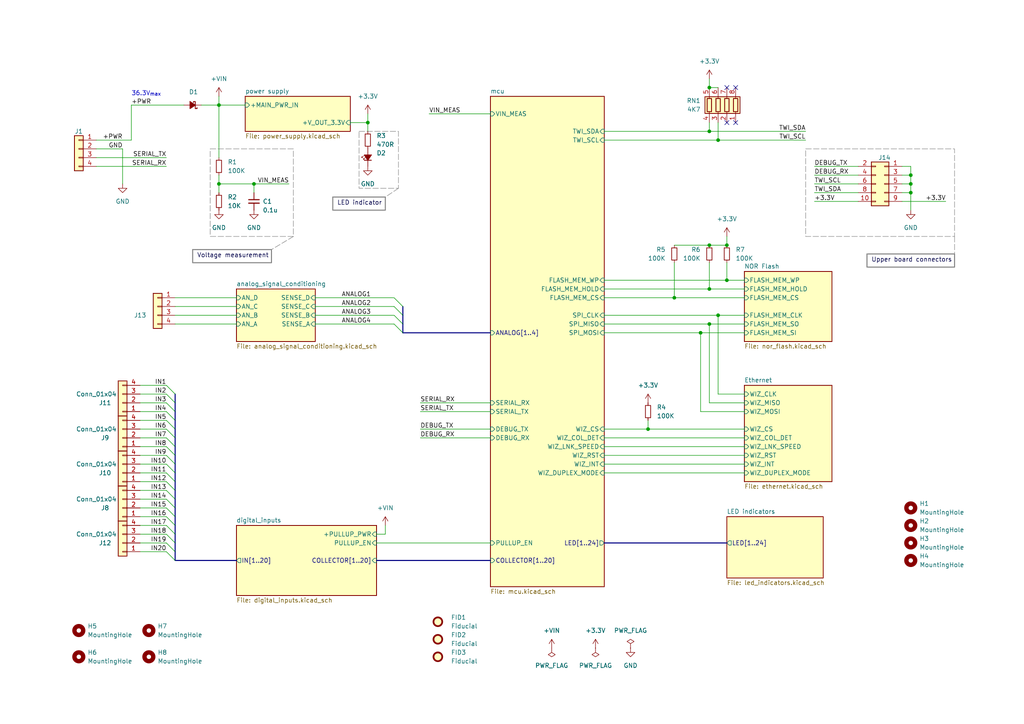
<source format=kicad_sch>
(kicad_sch (version 20230121) (generator eeschema)
  (paper "A4")
  (title_block (date "2023-06-16") (rev "R2.1"))
  (lib_symbols
    (symbol "Connector_Generic:Conn_01x04" (pin_names (offset 1.016) hide)
      (property "Reference" "J" (at 0 5.08 0))
      (property "Value" "Conn_01x04" (at 0 -7.62 0))
      (symbol "Conn_01x04_1_1"
        (rectangle (start -1.27 -4.953) (end 0 -5.207) (stroke (width 0.1524)))
        (rectangle (start -1.27 -2.413) (end 0 -2.667) (stroke (width 0.1524)))
        (rectangle (start -1.27 0.127) (end 0 -0.127) (stroke (width 0.1524)))
        (rectangle (start -1.27 2.667) (end 0 2.413) (stroke (width 0.1524)))
        (rectangle (start -1.27 3.81) (end 1.27 -6.35) (stroke (width 0.254)) (fill (type background)))
        (pin passive line (at -5.08 2.54 0) (length 3.81) (name "Pin_1") (number "1"))
        (pin passive line (at -5.08 0 0) (length 3.81) (name "Pin_2") (number "2"))
        (pin passive line (at -5.08 -2.54 0) (length 3.81) (name "Pin_3") (number "3"))
        (pin passive line (at -5.08 -5.08 0) (length 3.81) (name "Pin_4") (number "4"))
      )
    )
    (symbol "Connector_Generic:Conn_02x05_Odd_Even" (pin_names (offset 1.016) hide)
      (property "Reference" "J" (at 1.27 7.62 0))
      (property "Value" "Conn_02x05_Odd_Even" (at 1.27 -7.62 0))
      (symbol "Conn_02x05_Odd_Even_1_1"
        (rectangle (start -1.27 -4.953) (end 0 -5.207) (stroke (width 0.1524)))
        (rectangle (start -1.27 -2.413) (end 0 -2.667) (stroke (width 0.1524)))
        (rectangle (start -1.27 0.127) (end 0 -0.127) (stroke (width 0.1524)))
        (rectangle (start -1.27 2.667) (end 0 2.413) (stroke (width 0.1524)))
        (rectangle (start -1.27 5.207) (end 0 4.953) (stroke (width 0.1524)))
        (rectangle (start -1.27 6.35) (end 3.81 -6.35) (stroke (width 0.254)) (fill (type background)))
        (rectangle (start 3.81 -4.953) (end 2.54 -5.207) (stroke (width 0.1524)))
        (rectangle (start 3.81 -2.413) (end 2.54 -2.667) (stroke (width 0.1524)))
        (rectangle (start 3.81 0.127) (end 2.54 -0.127) (stroke (width 0.1524)))
        (rectangle (start 3.81 2.667) (end 2.54 2.413) (stroke (width 0.1524)))
        (rectangle (start 3.81 5.207) (end 2.54 4.953) (stroke (width 0.1524)))
        (pin passive line (at -5.08 5.08 0) (length 3.81) (name "Pin_1") (number "1"))
        (pin passive line (at 7.62 -5.08 180) (length 3.81) (name "Pin_10") (number "10"))
        (pin passive line (at 7.62 5.08 180) (length 3.81) (name "Pin_2") (number "2"))
        (pin passive line (at -5.08 2.54 0) (length 3.81) (name "Pin_3") (number "3"))
        (pin passive line (at 7.62 2.54 180) (length 3.81) (name "Pin_4") (number "4"))
        (pin passive line (at -5.08 0 0) (length 3.81) (name "Pin_5") (number "5"))
        (pin passive line (at 7.62 0 180) (length 3.81) (name "Pin_6") (number "6"))
        (pin passive line (at -5.08 -2.54 0) (length 3.81) (name "Pin_7") (number "7"))
        (pin passive line (at 7.62 -2.54 180) (length 3.81) (name "Pin_8") (number "8"))
        (pin passive line (at -5.08 -5.08 0) (length 3.81) (name "Pin_9") (number "9"))
      )
    )
    (symbol "Device:C_Small" (pin_numbers hide) (pin_names (offset 0.254) hide)
      (property "Reference" "C" (at 0.254 1.778 0))
      (property "Value" "C_Small" (at 0.254 -2.032 0))
      (symbol "C_Small_0_1"
        (polyline (pts (xy -1.524 -0.508) (xy 1.524 -0.508)) (stroke (width 0.3302)))
        (polyline (pts (xy -1.524 0.508) (xy 1.524 0.508)) (stroke (width 0.3048)))
      )
      (symbol "C_Small_1_1"
        (pin passive line (at 0 2.54 270) (length 2.032) (name "~") (number "1"))
        (pin passive line (at 0 -2.54 90) (length 2.032) (name "~") (number "2"))
      )
    )
    (symbol "Device:D_Schottky_Small_Filled" (pin_numbers hide) (pin_names (offset 0.254) hide)
      (property "Reference" "D" (at -1.27 2.032 0))
      (property "Value" "D_Schottky_Small_Filled" (at -7.112 -2.032 0))
      (symbol "D_Schottky_Small_Filled_0_1"
        (polyline (pts (xy -0.762 0) (xy 0.762 0)))
        (polyline (pts (xy 0.762 -1.016) (xy -0.762 0) (xy 0.762 1.016) (xy 0.762 -1.016)) (stroke (width 0.254)) (fill (type outline)))
        (polyline (pts (xy -1.27 0.762) (xy -1.27 1.016) (xy -0.762 1.016) (xy -0.762 -1.016) (xy -0.254 -1.016) (xy -0.254 -0.762)) (stroke (width 0.254)))
      )
      (symbol "D_Schottky_Small_Filled_1_1"
        (pin passive line (at -2.54 0 0) (length 1.778) (name "K") (number "1"))
        (pin passive line (at 2.54 0 180) (length 1.778) (name "A") (number "2"))
      )
    )
    (symbol "Device:LED_Small_Filled" (pin_numbers hide) (pin_names (offset 0.254) hide)
      (property "Reference" "D" (at -1.27 3.175 0))
      (property "Value" "LED_Small_Filled" (at -4.445 -2.54 0))
      (symbol "LED_Small_Filled_0_1"
        (polyline (pts (xy -0.762 -1.016) (xy -0.762 1.016)) (stroke (width 0.254)))
        (polyline (pts (xy 1.016 0) (xy -0.762 0)))
        (polyline (pts (xy 0.762 -1.016) (xy -0.762 0) (xy 0.762 1.016) (xy 0.762 -1.016)) (stroke (width 0.254)) (fill (type outline)))
        (polyline (pts (xy 0 0.762) (xy -0.508 1.27) (xy -0.254 1.27) (xy -0.508 1.27) (xy -0.508 1.016)))
        (polyline (pts (xy 0.508 1.27) (xy 0 1.778) (xy 0.254 1.778) (xy 0 1.778) (xy 0 1.524)))
      )
      (symbol "LED_Small_Filled_1_1"
        (pin passive line (at -2.54 0 0) (length 1.778) (name "K") (number "1"))
        (pin passive line (at 2.54 0 180) (length 1.778) (name "A") (number "2"))
      )
    )
    (symbol "Device:R_Pack04" (pin_names (offset 0) hide)
      (property "Reference" "RN" (at -7.62 0 90))
      (property "Value" "R_Pack04" (at 5.08 0 90))
      (symbol "R_Pack04_0_1"
        (rectangle (start -6.35 -2.413) (end 3.81 2.413) (stroke (width 0.254)) (fill (type background)))
        (rectangle (start -5.715 1.905) (end -4.445 -1.905) (stroke (width 0.254)))
        (rectangle (start -3.175 1.905) (end -1.905 -1.905) (stroke (width 0.254)))
        (rectangle (start -0.635 1.905) (end 0.635 -1.905) (stroke (width 0.254)))
        (polyline (pts (xy -5.08 -2.54) (xy -5.08 -1.905)))
        (polyline (pts (xy -5.08 1.905) (xy -5.08 2.54)))
        (polyline (pts (xy -2.54 -2.54) (xy -2.54 -1.905)))
        (polyline (pts (xy -2.54 1.905) (xy -2.54 2.54)))
        (polyline (pts (xy 0 -2.54) (xy 0 -1.905)))
        (polyline (pts (xy 0 1.905) (xy 0 2.54)))
        (polyline (pts (xy 2.54 -2.54) (xy 2.54 -1.905)))
        (polyline (pts (xy 2.54 1.905) (xy 2.54 2.54)))
        (rectangle (start 1.905 1.905) (end 3.175 -1.905) (stroke (width 0.254)))
      )
      (symbol "R_Pack04_1_1"
        (pin passive line (at -5.08 -5.08 90) (length 2.54) (name "R1.1") (number "1"))
        (pin passive line (at -2.54 -5.08 90) (length 2.54) (name "R2.1") (number "2"))
        (pin passive line (at 0 -5.08 90) (length 2.54) (name "R3.1") (number "3"))
        (pin passive line (at 2.54 -5.08 90) (length 2.54) (name "R4.1") (number "4"))
        (pin passive line (at 2.54 5.08 270) (length 2.54) (name "R4.2") (number "5"))
        (pin passive line (at 0 5.08 270) (length 2.54) (name "R3.2") (number "6"))
        (pin passive line (at -2.54 5.08 270) (length 2.54) (name "R2.2") (number "7"))
        (pin passive line (at -5.08 5.08 270) (length 2.54) (name "R1.2") (number "8"))
      )
    )
    (symbol "Device:R_Small" (pin_numbers hide) (pin_names (offset 0.254) hide)
      (property "Reference" "R" (at 0.762 0.508 0))
      (property "Value" "R_Small" (at 0.762 -1.016 0))
      (symbol "R_Small_0_1"
        (rectangle (start -0.762 1.778) (end 0.762 -1.778) (stroke (width 0.2032)))
      )
      (symbol "R_Small_1_1"
        (pin passive line (at 0 2.54 270) (length 0.762) (name "~") (number "1"))
        (pin passive line (at 0 -2.54 90) (length 0.762) (name "~") (number "2"))
      )
    )
    (symbol "Mechanical:Fiducial"
      (property "Reference" "FID" (at 0 5.08 0))
      (property "Value" "Fiducial" (at 0 3.175 0))
      (symbol "Fiducial_0_1"
        (circle (center 0 0) (radius 1.27) (stroke (width 0.508)) (fill (type background)))
      )
    )
    (symbol "Mechanical:MountingHole" (pin_names (offset 1.016))
      (property "Reference" "H" (at 0 5.08 0))
      (property "Value" "MountingHole" (at 0 3.175 0))
      (symbol "MountingHole_0_1"
        (circle (center 0 0) (radius 1.27) (stroke (width 1.27)))
      )
    )
    (symbol "My Libraries:+VIN" (power) (in_bom no) (on_board no)
      (property "Value" "+VIN" (at 0 3.81 0))
      (symbol "+VIN_0_1"
        (polyline (pts (xy 0 0) (xy 0 2.54)))
        (polyline (pts (xy 0 2.54) (xy -0.762 1.27)))
        (polyline (pts (xy 0 2.54) (xy 0.762 1.27)))
      )
      (symbol "+VIN_1_1"
        (pin power_in line (at 0 0 90) (length 0) hide (name "+VIN") (number "1"))
      )
    )
    (symbol "power:+3.3V" (power) (pin_names (offset 0))
      (property "Value" "+3.3V" (at 0 3.556 0))
      (symbol "+3.3V_0_1"
        (polyline (pts (xy -0.762 1.27) (xy 0 2.54)))
        (polyline (pts (xy 0 0) (xy 0 2.54)))
        (polyline (pts (xy 0 2.54) (xy 0.762 1.27)))
      )
      (symbol "+3.3V_1_1"
        (pin power_in line (at 0 0 90) (length 0) hide (name "+3.3V") (number "1"))
      )
    )
    (symbol "power:GND" (power) (pin_names (offset 0))
      (property "Value" "GND" (at 0 -3.81 0))
      (symbol "GND_0_1"
        (polyline (pts (xy 0 0) (xy 0 -1.27) (xy 1.27 -1.27) (xy 0 -2.54) (xy -1.27 -1.27) (xy 0 -1.27)))
      )
      (symbol "GND_1_1"
        (pin power_in line (at 0 0 270) (length 0) hide (name "GND") (number "1"))
      )
    )
    (symbol "power:PWR_FLAG" (power) (pin_numbers hide) (pin_names (offset 0) hide)
      (property "Value" "PWR_FLAG" (at 0 3.81 0))
      (symbol "PWR_FLAG_0_0"
        (pin power_out line (at 0 0 90) (length 0) (name "pwr") (number "1"))
      )
      (symbol "PWR_FLAG_0_1"
        (polyline (pts (xy 0 0) (xy 0 1.27) (xy -1.016 1.905) (xy 0 2.54) (xy 1.016 1.905) (xy 0 1.27)))
      )
    )
  )
  (junction (at 73.66 53.34))
  (junction (at 63.5 30.48))
  (junction (at 264.16 55.88))
  (junction (at 203.2 96.52))
  (junction (at 264.16 53.34))
  (junction (at 210.82 71.12))
  (junction (at 205.74 38.1))
  (junction (at 264.16 50.8))
  (junction (at 205.74 83.82))
  (junction (at 63.5 53.34))
  (junction (at 205.74 93.98))
  (junction (at 187.96 124.46))
  (junction (at 195.58 86.36))
  (junction (at 106.68 35.56))
  (junction (at 208.28 91.44))
  (junction (at 205.74 71.12))
  (junction (at 205.74 25.4))
  (junction (at 210.82 81.28))
  (junction (at 208.28 40.64))
  (no_connect (at 213.36 35.56))
  (no_connect (at 213.36 25.4))
  (no_connect (at 210.82 25.4))
  (no_connect (at 210.82 35.56))
  (bus_entry (at 48.26 137.16) (size 2.54 2.54))
  (bus_entry (at 48.26 129.54) (size 2.54 2.54))
  (bus_entry (at 48.26 134.62) (size 2.54 2.54))
  (bus_entry (at 48.26 139.7) (size 2.54 2.54))
  (bus_entry (at 48.26 132.08) (size 2.54 2.54))
  (bus_entry (at 48.26 119.38) (size 2.54 2.54))
  (bus_entry (at 114.3 88.9) (size 2.54 2.54))
  (bus_entry (at 48.26 142.24) (size 2.54 2.54))
  (bus_entry (at 114.3 91.44) (size 2.54 2.54))
  (bus_entry (at 48.26 147.32) (size 2.54 2.54))
  (bus_entry (at 48.26 111.76) (size 2.54 2.54))
  (bus_entry (at 48.26 116.84) (size 2.54 2.54))
  (bus_entry (at 48.26 144.78) (size 2.54 2.54))
  (bus_entry (at 114.3 86.36) (size 2.54 2.54))
  (bus_entry (at 48.26 124.46) (size 2.54 2.54))
  (bus_entry (at 114.3 93.98) (size 2.54 2.54))
  (bus_entry (at 48.26 160.02) (size 2.54 2.54))
  (bus_entry (at 48.26 149.86) (size 2.54 2.54))
  (bus_entry (at 48.26 154.94) (size 2.54 2.54))
  (bus_entry (at 48.26 121.92) (size 2.54 2.54))
  (bus_entry (at 48.26 114.3) (size 2.54 2.54))
  (bus_entry (at 48.26 157.48) (size 2.54 2.54))
  (bus_entry (at 48.26 152.4) (size 2.54 2.54))
  (bus_entry (at 48.26 127) (size 2.54 2.54))
  (wire (pts (xy 208.28 91.44) (xy 208.28 114.3)))
  (wire (pts (xy 50.8 88.9) (xy 68.58 88.9)))
  (wire (pts (xy 203.2 96.52) (xy 203.2 119.38)))
  (wire (pts (xy 40.64 119.38) (xy 48.26 119.38)))
  (wire (pts (xy 111.76 152.4) (xy 111.76 154.94)))
  (wire (pts (xy 63.5 50.8) (xy 63.5 53.34)))
  (wire (pts (xy 40.64 114.3) (xy 48.26 114.3)))
  (wire (pts (xy 40.64 154.94) (xy 48.26 154.94)))
  (wire (pts (xy 195.58 76.2) (xy 195.58 86.36)))
  (bus (pts (xy 50.8 157.48) (xy 50.8 160.02)))
  (wire (pts (xy 40.64 116.84) (xy 48.26 116.84)))
  (wire (pts (xy 40.64 149.86) (xy 48.26 149.86)))
  (wire (pts (xy 50.8 93.98) (xy 68.58 93.98)))
  (wire (pts (xy 40.64 134.62) (xy 48.26 134.62)))
  (wire (pts (xy 210.82 68.58) (xy 210.82 71.12)))
  (bus (pts (xy 50.8 137.16) (xy 50.8 139.7)))
  (wire (pts (xy 40.64 139.7) (xy 48.26 139.7)))
  (wire (pts (xy 175.26 132.08) (xy 215.9 132.08)))
  (wire (pts (xy 264.16 53.34) (xy 264.16 50.8)))
  (wire (pts (xy 205.74 38.1) (xy 233.68 38.1)))
  (wire (pts (xy 38.1 30.48) (xy 53.34 30.48)))
  (wire (pts (xy 124.46 33.02) (xy 142.24 33.02)))
  (wire (pts (xy 40.64 137.16) (xy 48.26 137.16)))
  (bus (pts (xy 50.8 134.62) (xy 50.8 137.16)))
  (wire (pts (xy 261.62 58.42) (xy 274.32 58.42)))
  (wire (pts (xy 195.58 86.36) (xy 215.9 86.36)))
  (wire (pts (xy 40.64 132.08) (xy 48.26 132.08)))
  (polyline (pts (xy 85.09 68.58) (xy 78.74 72.39)) (stroke (width 0.15) (type dash) (color 132 132 132 1)))
  (polyline (pts (xy 115.57 54.61) (xy 111.76 57.15)) (stroke (width 0.15) (type dash) (color 132 132 132 1)))
  (wire (pts (xy 208.28 91.44) (xy 215.9 91.44)))
  (wire (pts (xy 121.92 127) (xy 142.24 127)))
  (wire (pts (xy 205.74 22.86) (xy 205.74 25.4)))
  (wire (pts (xy 58.42 30.48) (xy 63.5 30.48)))
  (bus (pts (xy 50.8 147.32) (xy 50.8 149.86)))
  (wire (pts (xy 50.8 91.44) (xy 68.58 91.44)))
  (wire (pts (xy 208.28 40.64) (xy 208.28 35.56)))
  (bus (pts (xy 50.8 124.46) (xy 50.8 127)))
  (bus (pts (xy 50.8 121.92) (xy 50.8 124.46)))
  (bus (pts (xy 50.8 114.3) (xy 50.8 116.84)))
  (wire (pts (xy 63.5 30.48) (xy 71.12 30.48)))
  (bus (pts (xy 116.84 96.52) (xy 116.84 93.98)))
  (wire (pts (xy 175.26 86.36) (xy 195.58 86.36)))
  (wire (pts (xy 50.8 86.36) (xy 68.58 86.36)))
  (wire (pts (xy 40.64 124.46) (xy 48.26 124.46)))
  (wire (pts (xy 215.9 116.84) (xy 205.74 116.84)))
  (wire (pts (xy 236.22 50.8) (xy 248.92 50.8)))
  (wire (pts (xy 27.94 48.26) (xy 48.26 48.26)))
  (wire (pts (xy 175.26 134.62) (xy 215.9 134.62)))
  (wire (pts (xy 63.5 53.34) (xy 73.66 53.34)))
  (bus (pts (xy 175.26 157.48) (xy 210.82 157.48)))
  (wire (pts (xy 121.92 124.46) (xy 142.24 124.46)))
  (bus (pts (xy 50.8 154.94) (xy 50.8 157.48)))
  (wire (pts (xy 264.16 55.88) (xy 264.16 53.34)))
  (bus (pts (xy 50.8 132.08) (xy 50.8 134.62)))
  (wire (pts (xy 175.26 137.16) (xy 215.9 137.16)))
  (wire (pts (xy 40.64 144.78) (xy 48.26 144.78)))
  (wire (pts (xy 40.64 160.02) (xy 48.26 160.02)))
  (wire (pts (xy 236.22 55.88) (xy 248.92 55.88)))
  (wire (pts (xy 106.68 35.56) (xy 106.68 38.1)))
  (bus (pts (xy 116.84 91.44) (xy 116.84 93.98)))
  (wire (pts (xy 175.26 81.28) (xy 210.82 81.28)))
  (bus (pts (xy 50.8 160.02) (xy 50.8 162.56)))
  (wire (pts (xy 187.96 121.92) (xy 187.96 124.46)))
  (wire (pts (xy 195.58 71.12) (xy 205.74 71.12)))
  (wire (pts (xy 63.5 45.72) (xy 63.5 30.48)))
  (wire (pts (xy 215.9 119.38) (xy 203.2 119.38)))
  (wire (pts (xy 40.64 129.54) (xy 48.26 129.54)))
  (bus (pts (xy 50.8 127) (xy 50.8 129.54)))
  (wire (pts (xy 264.16 48.26) (xy 261.62 48.26)))
  (wire (pts (xy 109.22 157.48) (xy 142.24 157.48)))
  (wire (pts (xy 40.64 142.24) (xy 48.26 142.24)))
  (wire (pts (xy 175.26 40.64) (xy 208.28 40.64)))
  (wire (pts (xy 236.22 53.34) (xy 248.92 53.34)))
  (wire (pts (xy 208.28 40.64) (xy 233.68 40.64)))
  (wire (pts (xy 264.16 50.8) (xy 264.16 48.26)))
  (wire (pts (xy 210.82 76.2) (xy 210.82 81.28)))
  (wire (pts (xy 261.62 53.34) (xy 264.16 53.34)))
  (wire (pts (xy 175.26 38.1) (xy 205.74 38.1)))
  (wire (pts (xy 205.74 93.98) (xy 215.9 93.98)))
  (wire (pts (xy 175.26 124.46) (xy 187.96 124.46)))
  (wire (pts (xy 203.2 96.52) (xy 215.9 96.52)))
  (wire (pts (xy 35.56 43.18) (xy 35.56 53.34)))
  (wire (pts (xy 27.94 43.18) (xy 35.56 43.18)))
  (wire (pts (xy 175.26 129.54) (xy 215.9 129.54)))
  (bus (pts (xy 50.8 152.4) (xy 50.8 154.94)))
  (wire (pts (xy 63.5 53.34) (xy 63.5 55.88)))
  (bus (pts (xy 50.8 144.78) (xy 50.8 147.32)))
  (polyline (pts (xy 276.86 68.58) (xy 276.86 73.66)) (stroke (width 0.15) (type dash) (color 132 132 132 1)))
  (bus (pts (xy 109.22 162.56) (xy 142.24 162.56)))
  (wire (pts (xy 91.44 86.36) (xy 114.3 86.36)))
  (wire (pts (xy 73.66 53.34) (xy 83.82 53.34)))
  (wire (pts (xy 175.26 91.44) (xy 208.28 91.44)))
  (wire (pts (xy 205.74 71.12) (xy 210.82 71.12)))
  (wire (pts (xy 73.66 55.88) (xy 73.66 53.34)))
  (bus (pts (xy 116.84 91.44) (xy 116.84 88.9)))
  (wire (pts (xy 175.26 93.98) (xy 205.74 93.98)))
  (wire (pts (xy 187.96 124.46) (xy 215.9 124.46)))
  (wire (pts (xy 121.92 116.84) (xy 142.24 116.84)))
  (wire (pts (xy 38.1 30.48) (xy 38.1 40.64)))
  (bus (pts (xy 50.8 149.86) (xy 50.8 152.4)))
  (wire (pts (xy 175.26 96.52) (xy 203.2 96.52)))
  (bus (pts (xy 50.8 119.38) (xy 50.8 121.92)))
  (wire (pts (xy 236.22 48.26) (xy 248.92 48.26)))
  (bus (pts (xy 50.8 139.7) (xy 50.8 142.24)))
  (wire (pts (xy 91.44 91.44) (xy 114.3 91.44)))
  (wire (pts (xy 175.26 127) (xy 215.9 127)))
  (wire (pts (xy 101.6 35.56) (xy 106.68 35.56)))
  (wire (pts (xy 261.62 50.8) (xy 264.16 50.8)))
  (bus (pts (xy 50.8 116.84) (xy 50.8 119.38)))
  (wire (pts (xy 63.5 27.94) (xy 63.5 30.48)))
  (wire (pts (xy 106.68 33.02) (xy 106.68 35.56)))
  (wire (pts (xy 210.82 81.28) (xy 215.9 81.28)))
  (wire (pts (xy 40.64 127) (xy 48.26 127)))
  (wire (pts (xy 205.74 76.2) (xy 205.74 83.82)))
  (wire (pts (xy 205.74 38.1) (xy 205.74 35.56)))
  (wire (pts (xy 111.76 154.94) (xy 109.22 154.94)))
  (bus (pts (xy 142.24 96.52) (xy 116.84 96.52)))
  (wire (pts (xy 236.22 58.42) (xy 248.92 58.42)))
  (wire (pts (xy 175.26 83.82) (xy 205.74 83.82)))
  (wire (pts (xy 40.64 111.76) (xy 48.26 111.76)))
  (wire (pts (xy 40.64 157.48) (xy 48.26 157.48)))
  (bus (pts (xy 50.8 129.54) (xy 50.8 132.08)))
  (wire (pts (xy 208.28 25.4) (xy 205.74 25.4)))
  (wire (pts (xy 27.94 40.64) (xy 38.1 40.64)))
  (wire (pts (xy 261.62 55.88) (xy 264.16 55.88)))
  (wire (pts (xy 91.44 93.98) (xy 114.3 93.98)))
  (wire (pts (xy 27.94 45.72) (xy 48.26 45.72)))
  (bus (pts (xy 68.58 162.56) (xy 50.8 162.56)))
  (wire (pts (xy 40.64 147.32) (xy 48.26 147.32)))
  (wire (pts (xy 205.74 93.98) (xy 205.74 116.84)))
  (wire (pts (xy 215.9 114.3) (xy 208.28 114.3)))
  (bus (pts (xy 50.8 142.24) (xy 50.8 144.78)))
  (wire (pts (xy 40.64 121.92) (xy 48.26 121.92)))
  (wire (pts (xy 205.74 83.82) (xy 215.9 83.82)))
  (wire (pts (xy 40.64 152.4) (xy 48.26 152.4)))
  (wire (pts (xy 91.44 88.9) (xy 114.3 88.9)))
  (wire (pts (xy 264.16 60.96) (xy 264.16 55.88)))
  (wire (pts (xy 121.92 119.38) (xy 142.24 119.38)))
  (rectangle (start 96.52 57.15) (end 111.76 60.96) (stroke (width 0.3) (color 132 132 132 1)))
  (rectangle (start 233.68 43.18) (end 276.86 68.58) (stroke (width 0.15) (type dash) (color 132 132 132 1)))
  (rectangle (start 55.88 72.39) (end 78.74 76.2) (stroke (width 0.3) (color 132 132 132 1)))
  (rectangle (start 60.96 43.18) (end 85.09 68.58) (stroke (width 0.15) (type dash) (color 132 132 132 1)))
  (rectangle (start 251.46 73.66) (end 276.86 77.47) (stroke (width 0.3) (color 132 132 132 1)))
  (rectangle (start 104.14 38.1) (end 115.57 54.61) (stroke (width 0.15) (type dash) (color 132 132 132 1)))
  (text "36.3V_{max}" (at 38.1 27.94 0) (effects (font (size 1.27 1.27)) (justify left bottom)))
  (text "Voltage measurement" (at 57.15 74.93 0) (effects (font (size 1.27 1.27)) (justify left bottom)))
  (text "Upper board connectors" (at 252.73 76.2 0) (effects (font (size 1.27 1.27)) (justify left bottom)))
  (text "LED indicator" (at 97.79 59.69 0) (effects (font (size 1.27 1.27)) (justify left bottom)))
  (label "IN10" (at 48.26 134.62 180))
  (label "SERIAL_RX" (at 48.26 48.26 180))
  (label "IN16" (at 48.26 149.86 180))
  (label "ANALOG3" (at 99.06 91.44 0))
  (label "IN11" (at 48.26 137.16 180))
  (label "IN15" (at 48.26 147.32 180))
  (label "IN7" (at 48.26 127 180))
  (label "VIN_MEAS" (at 83.82 53.34 180))
  (label "TWI_SDA" (at 236.22 55.88 0))
  (label "IN4" (at 48.26 119.38 180))
  (label "GND" (at 35.56 43.18 180))
  (label "ANALOG2" (at 99.06 88.9 0))
  (label "DEBUG_TX" (at 236.22 48.26 0))
  (label "IN20" (at 48.26 160.02 180))
  (label "IN9" (at 48.26 132.08 180))
  (label "IN19" (at 48.26 157.48 180))
  (label "TWI_SDA" (at 233.68 38.1 180))
  (label "ANALOG4" (at 99.06 93.98 0))
  (label "+3.3V" (at 274.32 58.42 180))
  (label "IN1" (at 48.26 111.76 180))
  (label "TWI_SCL" (at 236.22 53.34 0))
  (label "IN3" (at 48.26 116.84 180))
  (label "IN5" (at 48.26 121.92 180))
  (label "ANALOG1" (at 99.06 86.36 0))
  (label "IN2" (at 48.26 114.3 180))
  (label "IN13" (at 48.26 142.24 180))
  (label "IN8" (at 48.26 129.54 180))
  (label "DEBUG_RX" (at 236.22 50.8 0))
  (label "SERIAL_TX" (at 121.92 119.38 0))
  (label "IN6" (at 48.26 124.46 180))
  (label "SERIAL_TX" (at 48.26 45.72 180))
  (label "+3.3V" (at 236.22 58.42 0))
  (label "SERIAL_RX" (at 121.92 116.84 0))
  (label "IN17" (at 48.26 152.4 180))
  (label "DEBUG_RX" (at 121.92 127 0))
  (label "IN14" (at 48.26 144.78 180))
  (label "IN18" (at 48.26 154.94 180))
  (label "VIN_MEAS" (at 124.46 33.02 0))
  (label "IN12" (at 48.26 139.7 180))
  (label "TWI_SCL" (at 233.68 40.64 180))
  (label "DEBUG_TX" (at 121.92 124.46 0))
  (label "+PWR" (at 35.56 40.64 180))
  (label "+PWR" (at 38.1 30.48 0))
  (symbol (lib_id "power:GND") (at 63.5 60.96 0) (unit 1)
    (property "Reference" "#PWR03" (effects hide))
    (property "Value" "GND" (at 63.5 66.04 0))
  )
  (symbol (lib_id "power:+3.3V") (at 172.72 187.96 0) (unit 1)
    (property "Reference" "#PWR09" (effects hide))
    (property "Value" "+3.3V" (at 172.72 182.88 0))
  )
  (symbol (lib_id "Connector_Generic:Conn_02x05_Odd_Even") (at 256.54 53.34 0) (mirror y) (unit 1)
    (property "Reference" "J14" (at 256.54 45.72 0))
    (property "Footprint" "Connector_PinHeader_2.54mm:PinHeader_2x05_P2.54mm_Vertical" (effects hide))
  )
  (symbol (lib_id "Device:LED_Small_Filled") (at 106.68 45.72 90) (unit 1)
    (property "Reference" "D2" (at 109.22 44.3865 90) (effects (justify right)))
    (property "Value" "LED_Small_Filled" (effects hide))
    (property "Footprint" "LED_SMD:LED_0603_1608Metric" (effects hide))
  )
  (symbol (lib_id "Device:R_Small") (at 63.5 58.42 0) (unit 1)
    (property "Reference" "R2" (at 66.04 57.15 0) (effects (justify left)))
    (property "Value" "10K" (at 66.04 59.69 0) (effects (justify left)))
    (property "Footprint" "Resistor_SMD:R_0603_1608Metric" (effects hide))
  )
  (symbol (lib_id "Mechanical:Fiducial") (at 127 190.5 0) (unit 1) (in_bom no)
    (property "Reference" "FID3" (at 130.81 189.2299 0) (effects (justify left)))
    (property "Value" "Fiducial" (at 130.81 191.7699 0) (effects (justify left)))
    (property "Footprint" "Fiducial:Fiducial_1mm_Mask2mm" (effects hide))
  )
  (symbol (lib_id "power:PWR_FLAG") (at 182.88 187.96 0) (unit 1)
    (property "Reference" "#FLG02" (effects hide))
    (property "Value" "PWR_FLAG" (at 182.88 182.88 0))
  )
  (symbol (lib_id "Connector_Generic:Conn_01x04") (at 35.56 116.84 180) (unit 1)
    (property "Reference" "J11" (at 30.48 116.84 0))
    (property "Value" "Conn_01x04" (at 27.94 114.3 0))
    (property "Footprint" "My Footprints:TerminalBlock_IMO_203001M-4" (effects hide))
  )
  (symbol (lib_id "Connector_Generic:Conn_01x04") (at 35.56 147.32 180) (unit 1)
    (property "Reference" "J8" (at 30.48 147.32 0))
    (property "Value" "Conn_01x04" (at 27.94 144.78 0))
    (property "Footprint" "My Footprints:TerminalBlock_IMO_203001M-4" (effects hide))
  )
  (symbol (lib_id "power:PWR_FLAG") (at 160.02 187.96 180) (unit 1)
    (property "Reference" "#FLG03" (effects hide))
    (property "Value" "PWR_FLAG" (at 160.02 193.04 0))
  )
  (symbol (lib_id "Device:R_Small") (at 210.82 73.66 0) (unit 1)
    (property "Reference" "R7" (at 213.36 72.39 0) (effects (justify left)))
    (property "Value" "100K" (at 213.36 74.93 0) (effects (justify left)))
    (property "Footprint" "Resistor_SMD:R_0603_1608Metric" (effects hide))
  )
  (symbol (lib_id "Mechanical:MountingHole") (at 22.86 190.5 0) (unit 1)
    (property "Reference" "H6" (at 25.4 189.23 0) (effects (justify left)))
    (property "Value" "MountingHole" (at 25.4 191.77 0) (effects (justify left)))
    (property "Footprint" "MountingHole:MountingHole_3.2mm_M3_DIN965" (effects hide))
  )
  (symbol (lib_id "power:GND") (at 182.88 187.96 0) (unit 1)
    (property "Reference" "#PWR010" (effects hide))
    (property "Value" "GND" (at 182.88 193.04 0))
  )
  (symbol (lib_id "power:+3.3V") (at 187.96 116.84 0) (unit 1)
    (property "Reference" "#PWR011" (effects hide))
    (property "Value" "+3.3V" (at 187.96 111.76 0))
  )
  (symbol (lib_id "power:+3.3V") (at 106.68 33.02 0) (unit 1)
    (property "Reference" "#PWR05" (effects hide))
    (property "Value" "+3.3V" (at 106.68 27.94 0))
  )
  (symbol (lib_id "Connector_Generic:Conn_01x04") (at 45.72 88.9 0) (mirror y) (unit 1)
    (property "Reference" "J13" (at 40.64 91.44 0))
    (property "Value" "Conn_01x04" (effects hide))
    (property "Footprint" "My Footprints:TerminalBlock_IMO_203001M-4" (effects hide))
  )
  (symbol (lib_id "power:GND") (at 35.56 53.34 0) (unit 1)
    (property "Reference" "#PWR01" (effects hide))
    (property "Value" "GND" (at 35.56 58.42 0))
  )
  (symbol (lib_id "Mechanical:MountingHole") (at 43.18 182.88 0) (unit 1)
    (property "Reference" "H7" (at 45.72 181.61 0) (effects (justify left)))
    (property "Value" "MountingHole" (at 45.72 184.15 0) (effects (justify left)))
    (property "Footprint" "MountingHole:MountingHole_3.2mm_M3_DIN965" (effects hide))
  )
  (symbol (lib_id "Mechanical:MountingHole") (at 43.18 190.5 0) (unit 1)
    (property "Reference" "H8" (at 45.72 189.23 0) (effects (justify left)))
    (property "Value" "MountingHole" (at 45.72 191.77 0) (effects (justify left)))
    (property "Footprint" "MountingHole:MountingHole_3.2mm_M3_DIN965" (effects hide))
  )
  (symbol (lib_id "Device:R_Small") (at 205.74 73.66 0) (mirror y) (unit 1)
    (property "Reference" "R6" (at 203.2 72.39 0) (effects (justify left)))
    (property "Value" "100K" (at 203.2 74.93 0) (effects (justify left)))
    (property "Footprint" "Resistor_SMD:R_0603_1608Metric" (effects hide))
  )
  (symbol (lib_id "power:+3.3V") (at 210.82 68.58 0) (unit 1)
    (property "Reference" "#PWR012" (effects hide))
    (property "Value" "+3.3V" (at 210.82 63.5 0))
  )
  (symbol (lib_id "Connector_Generic:Conn_01x04") (at 22.86 43.18 0) (mirror y) (unit 1)
    (property "Reference" "J1" (at 22.86 38.1 0))
    (property "Value" "Conn_01x04" (effects hide))
    (property "Footprint" "My Footprints:TerminalBlock_IMO_203001M-4" (effects hide))
  )
  (symbol (lib_id "Device:D_Schottky_Small_Filled") (at 55.88 30.48 180) (unit 1)
    (property "Reference" "D1" (at 56.134 26.67 0))
    (property "Value" "SBR3U60P1Q-7" (effects hide))
    (property "Footprint" "Diode_SMD:D_PowerDI-123" (effects hide))
    (property "PartkeeprID" "43" (effects hide))
  )
  (symbol (lib_id "Device:R_Small") (at 63.5 48.26 0) (unit 1)
    (property "Reference" "R1" (at 66.04 46.99 0) (effects (justify left)))
    (property "Value" "100K" (at 66.04 49.53 0) (effects (justify left)))
    (property "Footprint" "Resistor_SMD:R_0603_1608Metric" (effects hide))
  )
  (symbol (lib_id "Device:R_Small") (at 106.68 40.64 180) (unit 1)
    (property "Reference" "R3" (at 109.22 39.37 0) (effects (justify right)))
    (property "Value" "470R" (at 109.22 41.91 0) (effects (justify right)))
    (property "Footprint" "Resistor_SMD:R_0603_1608Metric" (effects hide))
  )
  (symbol (lib_id "power:GND") (at 106.68 48.26 0) (unit 1)
    (property "Reference" "#PWR06" (effects hide))
    (property "Value" "GND" (at 106.68 53.34 0))
  )
  (symbol (lib_id "My Libraries:+VIN") (at 111.76 152.4 0) (unit 1) (in_bom no) (on_board no)
    (property "Reference" "#PWR08" (effects hide))
    (property "Value" "+VIN" (at 111.76 147.32 0))
  )
  (symbol (lib_id "Connector_Generic:Conn_01x04") (at 35.56 137.16 180) (unit 1)
    (property "Reference" "J10" (at 30.48 137.16 0))
    (property "Value" "Conn_01x04" (at 27.94 134.62 0))
    (property "Footprint" "My Footprints:TerminalBlock_IMO_203001M-4" (effects hide))
  )
  (symbol (lib_id "Mechanical:Fiducial") (at 127 180.34 0) (unit 1) (in_bom no)
    (property "Reference" "FID1" (at 130.81 179.0699 0) (effects (justify left)))
    (property "Value" "Fiducial" (at 130.81 181.6099 0) (effects (justify left)))
    (property "Footprint" "Fiducial:Fiducial_1mm_Mask2mm" (effects hide))
  )
  (symbol (lib_id "Mechanical:MountingHole") (at 264.16 157.48 0) (unit 1)
    (property "Reference" "H3" (at 266.7 156.21 0) (effects (justify left)))
    (property "Value" "MountingHole" (at 266.7 158.75 0) (effects (justify left)))
    (property "Footprint" "MountingHole:MountingHole_4.3mm_M4" (effects hide))
  )
  (symbol (lib_id "power:PWR_FLAG") (at 172.72 187.96 180) (unit 1)
    (property "Reference" "#FLG01" (effects hide))
    (property "Value" "PWR_FLAG" (at 172.72 193.04 0))
  )
  (symbol (lib_id "Device:R_Small") (at 195.58 73.66 0) (mirror y) (unit 1)
    (property "Reference" "R5" (at 193.04 72.39 0) (effects (justify left)))
    (property "Value" "100K" (at 193.04 74.93 0) (effects (justify left)))
    (property "Footprint" "Resistor_SMD:R_0603_1608Metric" (effects hide))
  )
  (symbol (lib_id "Mechanical:MountingHole") (at 264.16 162.56 0) (unit 1)
    (property "Reference" "H4" (at 266.7 161.29 0) (effects (justify left)))
    (property "Value" "MountingHole" (at 266.7 163.83 0) (effects (justify left)))
    (property "Footprint" "MountingHole:MountingHole_4.3mm_M4" (effects hide))
  )
  (symbol (lib_id "Mechanical:MountingHole") (at 264.16 147.32 0) (unit 1)
    (property "Reference" "H1" (at 266.7 146.05 0) (effects (justify left)))
    (property "Value" "MountingHole" (at 266.7 148.59 0) (effects (justify left)))
    (property "Footprint" "MountingHole:MountingHole_4.3mm_M4" (effects hide))
  )
  (symbol (lib_id "power:GND") (at 73.66 60.96 0) (unit 1)
    (property "Reference" "#PWR04" (effects hide))
    (property "Value" "GND" (at 73.66 66.04 0))
  )
  (symbol (lib_id "Device:C_Small") (at 73.66 58.42 0) (unit 1)
    (property "Reference" "C1" (at 76.2 58.42 0) (effects (justify left)))
    (property "Value" "0.1u" (at 76.2 60.96 0) (effects (justify left)))
    (property "Footprint" "Capacitor_SMD:C_0603_1608Metric" (effects hide))
    (property "PartkeeprID" "50" (effects hide))
  )
  (symbol (lib_id "My Libraries:+VIN") (at 63.5 27.94 0) (unit 1) (in_bom no) (on_board no)
    (property "Reference" "#PWR02" (effects hide))
    (property "Value" "+VIN" (at 63.5 22.86 0))
  )
  (symbol (lib_id "My Libraries:+VIN") (at 160.02 187.96 0) (unit 1) (in_bom no) (on_board no)
    (property "Reference" "#PWR015" (effects hide))
    (property "Value" "+VIN" (at 160.02 182.88 0))
  )
  (symbol (lib_id "Connector_Generic:Conn_01x04") (at 35.56 157.48 180) (unit 1)
    (property "Reference" "J12" (at 30.48 157.48 0))
    (property "Value" "Conn_01x04" (at 27.94 154.94 0))
    (property "Footprint" "My Footprints:TerminalBlock_IMO_203001M-4" (effects hide))
  )
  (symbol (lib_id "Device:R_Small") (at 187.96 119.38 0) (unit 1)
    (property "Reference" "R4" (at 190.5 118.11 0) (effects (justify left)))
    (property "Value" "100K" (at 190.5 120.65 0) (effects (justify left)))
    (property "Footprint" "Resistor_SMD:R_0603_1608Metric" (effects hide))
  )
  (symbol (lib_id "Mechanical:MountingHole") (at 22.86 182.88 0) (unit 1)
    (property "Reference" "H5" (at 25.4 181.61 0) (effects (justify left)))
    (property "Value" "MountingHole" (at 25.4 184.15 0) (effects (justify left)))
    (property "Footprint" "MountingHole:MountingHole_3.2mm_M3_DIN965" (effects hide))
  )
  (symbol (lib_id "Connector_Generic:Conn_01x04") (at 35.56 127 180) (unit 1)
    (property "Reference" "J9" (at 30.48 127 0))
    (property "Value" "Conn_01x04" (at 27.94 124.46 0))
    (property "Footprint" "My Footprints:TerminalBlock_IMO_203001M-4" (effects hide))
  )
  (symbol (lib_id "Mechanical:Fiducial") (at 127 185.42 0) (unit 1) (in_bom no)
    (property "Reference" "FID2" (at 130.81 184.1499 0) (effects (justify left)))
    (property "Value" "Fiducial" (at 130.81 186.6899 0) (effects (justify left)))
    (property "Footprint" "Fiducial:Fiducial_1mm_Mask2mm" (effects hide))
  )
  (symbol (lib_id "power:+3.3V") (at 205.74 22.86 0) (mirror y) (unit 1)
    (property "Reference" "#PWR013" (effects hide))
    (property "Value" "+3.3V" (at 205.74 17.78 0))
  )
  (symbol (lib_id "Device:R_Pack04") (at 208.28 30.48 0) (mirror y) (unit 1)
    (property "Reference" "RN1" (at 203.2 29.21 0) (effects (justify left)))
    (property "Value" "4K7" (at 203.2 31.75 0) (effects (justify left)))
    (property "Footprint" "Resistor_SMD:R_Array_Concave_4x0603" (effects hide))
  )
  (symbol (lib_id "Mechanical:MountingHole") (at 264.16 152.4 0) (unit 1)
    (property "Reference" "H2" (at 266.7 151.13 0) (effects (justify left)))
    (property "Value" "MountingHole" (at 266.7 153.67 0) (effects (justify left)))
    (property "Footprint" "MountingHole:MountingHole_4.3mm_M4" (effects hide))
  )
  (symbol (lib_id "power:GND") (at 264.16 60.96 0) (mirror y) (unit 1)
    (property "Reference" "#PWR014" (effects hide))
    (property "Value" "GND" (at 264.16 66.04 0))
  )
  (sheet (at 215.9 78.74) (size 25.4 20.32) (stroke (width 0.254)) (fill (color 255 255 194 1.0000))
    (property "Sheetname" "NOR Flash" (at 215.9 77.9776 0) (effects (justify left bottom)))
    (property "Sheetfile" "nor_flash.kicad_sch" (at 215.9 99.6954 0) (effects (justify left top)))
    (pin "FLASH_MEM_SO" input (at 215.9 93.98 180))
    (pin "FLASH_MEM_CLK" input (at 215.9 91.44 180))
    (pin "FLASH_MEM_CS" input (at 215.9 86.36 180))
    (pin "FLASH_MEM_WP" input (at 215.9 81.28 180))
    (pin "FLASH_MEM_HOLD" input (at 215.9 83.82 180))
    (pin "FLASH_MEM_SI" input (at 215.9 96.52 180))
  )
  (sheet (at 142.24 27.94) (size 33.02 142.24) (stroke (width 0.254)) (fill (color 255 255 194 1.0000))
    (property "Sheetname" "mcu" (at 142.24 27.1776 0) (effects (justify left bottom)))
    (property "Sheetfile" "mcu.kicad_sch" (at 142.24 170.8154 0) (effects (justify left top)))
    (pin "VIN_MEAS" input (at 142.24 33.02 180))
    (pin "FLASH_MEM_WP" input (at 175.26 81.28 0))
    (pin "FLASH_MEM_HOLD" input (at 175.26 83.82 0))
    (pin "COLLECTOR[1..20]" input (at 142.24 162.56 180))
    (pin "LED[1..24]" output (at 175.26 157.48 0))
    (pin "WIZ_CS" input (at 175.26 124.46 0))
    (pin "FLASH_MEM_CS" input (at 175.26 86.36 0))
    (pin "SPI_MISO" input (at 175.26 93.98 0))
    (pin "SPI_MOSI" input (at 175.26 96.52 0))
    (pin "SPI_CLK" input (at 175.26 91.44 0))
    (pin "PULLUP_EN" input (at 142.24 157.48 180))
    (pin "WIZ_INT" input (at 175.26 134.62 0))
    (pin "WIZ_RST" input (at 175.26 132.08 0))
    (pin "SERIAL_RX" input (at 142.24 116.84 180))
    (pin "SERIAL_TX" input (at 142.24 119.38 180))
    (pin "TWI_SCL" input (at 175.26 40.64 0))
    (pin "TWI_SDA" input (at 175.26 38.1 0))
    (pin "WIZ_COL_DET" input (at 175.26 127 0))
    (pin "WIZ_DUPLEX_MODE" input (at 175.26 137.16 0))
    (pin "WIZ_LNK_SPEED" input (at 175.26 129.54 0))
    (pin "DEBUG_TX" input (at 142.24 124.46 180))
    (pin "DEBUG_RX" input (at 142.24 127 180))
    (pin "ANALOG[1..4]" input (at 142.24 96.52 180))
  )
  (sheet (at 68.58 83.82) (size 22.86 15.24) (stroke (width 0.254)) (fill (color 255 255 194 1.0000))
    (property "Sheetname" "analog_signal_conditioning" (at 68.58 83.0576 0) (effects (justify left bottom)))
    (property "Sheetfile" "analog_signal_conditioning.kicad_sch" (at 68.58 99.6954 0) (effects (justify left top)))
    (pin "AN_A" input (at 68.58 93.98 180))
    (pin "AN_D" input (at 68.58 86.36 180))
    (pin "AN_C" input (at 68.58 88.9 180))
    (pin "AN_B" input (at 68.58 91.44 180))
    (pin "SENSE_B" input (at 91.44 91.44 0))
    (pin "SENSE_C" input (at 91.44 88.9 0))
    (pin "SENSE_A" input (at 91.44 93.98 0))
    (pin "SENSE_D" input (at 91.44 86.36 0))
  )
  (sheet (at 210.82 149.86) (size 27.94 17.78) (stroke (width 0.254)) (fill (color 255 255 194 1.0000))
    (property "Sheetname" "LED indicators" (at 210.82 149.0976 0) (effects (justify left bottom)))
    (property "Sheetfile" "led_indicators.kicad_sch" (at 210.82 168.2754 0) (effects (justify left top)))
    (pin "LED[1..24]" output (at 210.82 157.48 180))
  )
  (sheet (at 71.12 27.94) (size 30.48 10.16) (stroke (width 0.254)) (fill (color 255 255 194 1.0000))
    (property "Sheetname" "power supply" (at 71.12 27.1776 0) (effects (justify left bottom)))
    (property "Sheetfile" "power_supply.kicad_sch" (at 71.12 38.7354 0) (effects (justify left top)))
    (pin "+V_OUT_3.3V" input (at 101.6 35.56 0))
    (pin "+MAIN_PWR_IN" input (at 71.12 30.48 180))
  )
  (sheet (at 68.58 152.4) (size 40.64 20.32) (stroke (width 0.254)) (fill (color 255 255 194 1.0000))
    (property "Sheetname" "digital_inputs" (at 68.58 151.6376 0) (effects (justify left bottom)))
    (property "Sheetfile" "digital_inputs.kicad_sch" (at 68.58 173.3554 0) (effects (justify left top)))
    (pin "PULLUP_EN" input (at 109.22 157.48 0))
    (pin "+PULLUP_PWR" input (at 109.22 154.94 0))
    (pin "COLLECTOR[1..20]" input (at 109.22 162.56 0))
    (pin "IN[1..20]" output (at 68.58 162.56 180))
  )
  (sheet (at 215.9 111.76) (size 25.4 27.94) (stroke (width 0.254)) (fill (color 255 255 194 1.0000))
    (property "Sheetname" "Ethernet" (at 215.9 110.9976 0) (effects (justify left bottom)))
    (property "Sheetfile" "ethernet.kicad_sch" (at 215.9 140.3354 0) (effects (justify left top)))
    (pin "WIZ_RST" input (at 215.9 132.08 180))
    (pin "WIZ_CLK" input (at 215.9 114.3 180))
    (pin "WIZ_MOSI" input (at 215.9 119.38 180))
    (pin "WIZ_MISO" input (at 215.9 116.84 180))
    (pin "WIZ_INT" input (at 215.9 134.62 180))
    (pin "WIZ_CS" input (at 215.9 124.46 180))
    (pin "WIZ_LNK_SPEED" input (at 215.9 129.54 180))
    (pin "WIZ_DUPLEX_MODE" input (at 215.9 137.16 180))
    (pin "WIZ_COL_DET" input (at 215.9 127 180))
  )
)
</source>
